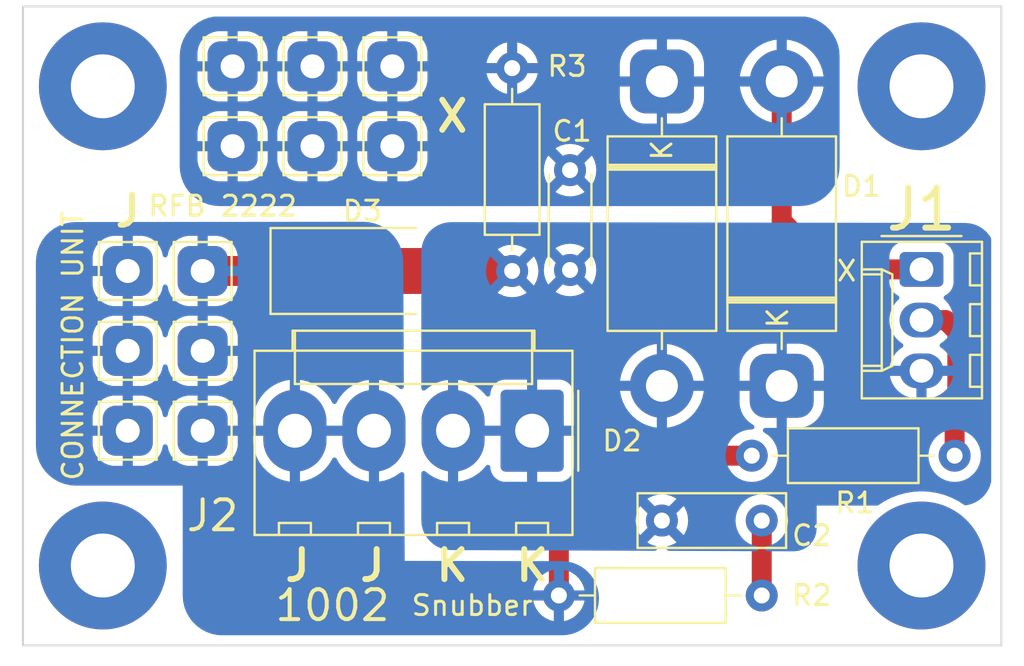
<source format=kicad_pcb>
(kicad_pcb (version 20211014) (generator pcbnew)
  (layers (0 "F.Cu" signal) (31 "B.Cu" signal) (34 "B.Paste" user) (35 "F.Paste" user) (36 "B.SilkS" user "B.Silkscreen") (37 "F.SilkS" user "F.Silkscreen") (38 "B.Mask" user) (39 "F.Mask" user) (44 "Edge.Cuts" user))
  (net 0 "")
  (net 1 "/CHANX")
  (net 2 "/DCCK")
  (net 3 "/DCCJ")
  (net 4 "Net-(C2-Pad2)")
  (net 5 "Net-(J1-Pad2)")
  (footprint "TestPoint:TestPoint_THTPad_2.5x2.5mm_Drill1.2mm" (layer "F.Cu") (at 60.5 53)
    (fp_text reference "TP1" hide)
    (fp_text value "TestPoint")
    (fp_line (start -1.45 1.45) (end -1.45 -1.45) (layer "F.SilkS") (width 0.12))
    (fp_line (start -1.45 -1.45) (end 1.45 -1.45) (layer "F.SilkS") (width 0.12))
    (fp_line (start 1.45 1.45) (end -1.45 1.45) (layer "F.SilkS") (width 0.12))
    (fp_line (start 1.45 -1.45) (end 1.45 1.45) (layer "F.SilkS") (width 0.12))
    (pad "1" thru_hole roundrect (at 0 0) (size 2.5 2.5) (drill 1.2) (layers *.Cu *.Mask) (net 1 "/CHANX"))
  )
  (footprint "TestPoint:TestPoint_THTPad_2.5x2.5mm_Drill1.2mm" (layer "F.Cu") (at 68.5 53)
    (fp_text reference "TP3" hide)
    (fp_text value "TestPoint")
    (fp_line (start -1.45 -1.45) (end 1.45 -1.45) (layer "F.SilkS") (width 0.12))
    (fp_line (start -1.45 1.45) (end -1.45 -1.45) (layer "F.SilkS") (width 0.12))
    (fp_line (start 1.45 -1.45) (end 1.45 1.45) (layer "F.SilkS") (width 0.12))
    (fp_line (start 1.45 1.45) (end -1.45 1.45) (layer "F.SilkS") (width 0.12))
    (pad "1" thru_hole roundrect (at 0 0) (size 2.5 2.5) (drill 1.2) (layers *.Cu *.Mask) (net 1 "/CHANX"))
  )
  (footprint "TestPoint:TestPoint_THTPad_2.5x2.5mm_Drill1.2mm" (layer "F.Cu") (at 55.25 71.25)
    (fp_text reference "TP8" hide)
    (fp_text value "TestPoint")
    (fp_line (start -1.45 -1.45) (end 1.45 -1.45) (layer "F.SilkS") (width 0.12))
    (fp_line (start -1.45 1.45) (end -1.45 -1.45) (layer "F.SilkS") (width 0.12))
    (fp_line (start 1.45 1.45) (end -1.45 1.45) (layer "F.SilkS") (width 0.12))
    (fp_line (start 1.45 -1.45) (end 1.45 1.45) (layer "F.SilkS") (width 0.12))
    (pad "1" thru_hole roundrect (at 0 0) (size 2.5 2.5) (drill 1.2) (layers *.Cu *.Mask) (net 3 "/DCCJ"))
  )
  (footprint "TestPoint:TestPoint_THTPad_2.5x2.5mm_Drill1.2mm" (layer "F.Cu") (at 64.5 57)
    (fp_text reference "TP6" hide)
    (fp_text value "TestPoint")
    (fp_line (start -1.45 -1.45) (end 1.45 -1.45) (layer "F.SilkS") (width 0.12))
    (fp_line (start 1.45 -1.45) (end 1.45 1.45) (layer "F.SilkS") (width 0.12))
    (fp_line (start -1.45 1.45) (end -1.45 -1.45) (layer "F.SilkS") (width 0.12))
    (fp_line (start 1.45 1.45) (end -1.45 1.45) (layer "F.SilkS") (width 0.12))
    (pad "1" thru_hole roundrect (at 0 0) (size 2.5 2.5) (drill 1.2) (layers *.Cu *.Mask) (net 1 "/CHANX"))
  )
  (footprint "Resistor_THT:R_Axial_DIN0207_L6.3mm_D2.5mm_P10.16mm_Horizontal" (layer "F.Cu") (at 87 79.5 180)
    (fp_text reference "R2" (at -2.5 0) (layer "F.SilkS"))
    (fp_text value "56R")
    (fp_line (start 1.81 -1.37) (end 1.81 1.37) (layer "F.SilkS") (width 0.12))
    (fp_line (start 9.12 0) (end 8.35 0) (layer "F.SilkS") (width 0.12))
    (fp_line (start 8.35 1.37) (end 8.35 -1.37) (layer "F.SilkS") (width 0.12))
    (fp_line (start 8.35 -1.37) (end 1.81 -1.37) (layer "F.SilkS") (width 0.12))
    (fp_line (start 1.04 0) (end 1.81 0) (layer "F.SilkS") (width 0.12))
    (fp_line (start 1.81 1.37) (end 8.35 1.37) (layer "F.SilkS") (width 0.12))
    (pad "1" thru_hole circle (at 0 0 180) (size 1.6 1.6) (drill 0.8) (layers *.Cu *.Mask) (net 4 "Net-(C2-Pad2)"))
    (pad "2" thru_hole oval (at 10.16 0 180) (size 1.6 1.6) (drill 0.8) (layers *.Cu *.Mask) (net 3 "/DCCJ"))
  )
  (footprint "MountingHole:MountingHole_3.2mm_M3_Pad_TopBottom" (layer "F.Cu") (at 95 54)
    (fp_text reference "H2" hide)
    (fp_text value "MountingHole")
    (pad "1" thru_hole circle (at 0 0) (size 3.6 3.6) (drill 3.2) (layers *.Cu *.Mask))
    (pad "1" connect circle (at 0 0) (size 6.4 6.4) (layers "F.Cu" "F.Mask"))
    (pad "1" connect circle (at 0 0) (size 6.4 6.4) (layers "B.Cu" "B.Mask"))
  )
  (footprint "Connector_Molex:Molex_KK-396_A-41791-0004_1x04_P3.96mm_Vertical" (layer "F.Cu") (at 75.5 71.25 180)
    (fp_text reference "J2" (at 16 -4.25 180) (layer "F.SilkS") (effects (font (size 1.5 1.5) (thickness 0.2))))
    (fp_text value "Conn_01x04")
    (fp_line (start 11.08 -4.62) (end 12.68 -4.62) (layer "F.SilkS") (width 0.12))
    (fp_line (start 11.995 5.01) (end -0.115 5.01) (layer "F.SilkS") (width 0.12))
    (fp_line (start 11.88 4.01) (end 11.88 5.01) (layer "F.SilkS") (width 0.12))
    (fp_line (start 3.16 -5.22) (end 3.16 -4.62) (layer "F.SilkS") (width 0.12))
    (fp_line (start -0.115 5.01) (end -0.115 4.005) (layer "F.SilkS") (width 0.12))
    (fp_line (start 7.12 -4.62) (end 8.72 -4.62) (layer "F.SilkS") (width 0.12))
    (fp_line (start -0.8 -5.22) (end -0.8 -4.62) (layer "F.SilkS") (width 0.12))
    (fp_line (start 0 4.01) (end 11.88 4.01) (layer "F.SilkS") (width 0.12))
    (fp_line (start 11.995 4.005) (end 11.995 5.01) (layer "F.SilkS") (width 0.12))
    (fp_line (start 13.9 4.005) (end 11.995 4.005) (layer "F.SilkS") (width 0.12))
    (fp_line (start 4.76 -4.62) (end 4.76 -5.22) (layer "F.SilkS") (width 0.12))
    (fp_line (start 0 5.01) (end 0 4.01) (layer "F.SilkS") (width 0.12))
    (fp_line (start 7.12 -5.22) (end 7.12 -4.62) (layer "F.SilkS") (width 0.12))
    (fp_line (start -2.31 -2) (end -2.31 2) (layer "F.SilkS") (width 0.12))
    (fp_line (start -2.02 4.005) (end -2.02 -5.22) (layer "F.SilkS") (width 0.12))
    (fp_line (start 8.72 -4.62) (end 8.72 -5.22) (layer "F.SilkS") (width 0.12))
    (fp_line (start -2.02 -5.22) (end 13.9 -5.22) (layer "F.SilkS") (width 0.12))
    (fp_line (start 0 4.01) (end 0 2.34) (layer "F.SilkS") (width 0.12))
    (fp_line (start 13.9 -5.22) (end 13.9 4.005) (layer "F.SilkS") (width 0.12))
    (fp_line (start 12.68 -4.62) (end 12.68 -5.22) (layer "F.SilkS") (width 0.12))
    (fp_line (start 0.8 -4.62) (end 0.8 -5.22) (layer "F.SilkS") (width 0.12))
    (fp_line (start 11.08 -5.22) (end 11.08 -4.62) (layer "F.SilkS") (width 0.12))
    (fp_line (start 11.88 2.34) (end 11.88 4.01) (layer "F.SilkS") (width 0.12))
    (fp_line (start -0.115 4.005) (end -2.02 4.005) (layer "F.SilkS") (width 0.12))
    (fp_line (start -0.8 -4.62) (end 0.8 -4.62) (layer "F.SilkS") (width 0.12))
    (fp_line (start 0 2.34) (end 11.88 2.34) (layer "F.SilkS") (width 0.12))
    (fp_line (start 3.16 -4.62) (end 4.76 -4.62) (layer "F.SilkS") (width 0.12))
    (pad "1" thru_hole roundrect locked (at 0 0 180) (size 3.16 4.1) (drill 1.7) (layers *.Cu *.Mask) (roundrect_rratio 0.079114) (net 2 "/DCCK"))
    (pad "2" thru_hole oval locked (at 3.96 0 180) (size 3.16 4.1) (drill 1.7) (layers *.Cu *.Mask) (net 2 "/DCCK"))
    (pad "3" thru_hole oval locked (at 7.92 0 180) (size 3.16 4.1) (drill 1.7) (layers *.Cu *.Mask) (net 3 "/DCCJ"))
    (pad "4" thru_hole oval locked (at 11.88 0 180) (size 3.16 4.1) (drill 1.7) (layers *.Cu *.Mask) (net 3 "/DCCJ"))
  )
  (footprint "MountingHole:MountingHole_3.2mm_M3_Pad_TopBottom" (layer "F.Cu") (at 54 54)
    (fp_text reference "H1" hide)
    (fp_text value "MountingHole")
    (pad "1" thru_hole circle (at 0 0) (size 3.6 3.6) (drill 3.2) (layers *.Cu *.Mask))
    (pad "1" connect circle (at 0 0) (size 6.4 6.4) (layers "B.Cu" "B.Mask"))
    (pad "1" connect circle (at 0 0) (size 6.4 6.4) (layers "F.Cu" "F.Mask"))
  )
  (footprint "TestPoint:TestPoint_THTPad_2.5x2.5mm_Drill1.2mm" (layer "F.Cu") (at 59 71.25)
    (fp_text reference "TP12" hide)
    (fp_text value "TestPoint")
    (fp_line (start -1.45 -1.45) (end 1.45 -1.45) (layer "F.SilkS") (width 0.12))
    (fp_line (start -1.45 1.45) (end -1.45 -1.45) (layer "F.SilkS") (width 0.12))
    (fp_line (start 1.45 1.45) (end -1.45 1.45) (layer "F.SilkS") (width 0.12))
    (fp_line (start 1.45 -1.45) (end 1.45 1.45) (layer "F.SilkS") (width 0.12))
    (pad "1" thru_hole roundrect (at 0 0) (size 2.5 2.5) (drill 1.2) (layers *.Cu *.Mask) (net 3 "/DCCJ"))
  )
  (footprint "TestPoint:TestPoint_THTPad_2.5x2.5mm_Drill1.2mm" (layer "F.Cu") (at 59 63.25)
    (fp_text reference "TP11" hide)
    (fp_text value "TestPoint")
    (fp_line (start 1.45 -1.45) (end 1.45 1.45) (layer "F.SilkS") (width 0.12))
    (fp_line (start -1.45 1.45) (end -1.45 -1.45) (layer "F.SilkS") (width 0.12))
    (fp_line (start -1.45 -1.45) (end 1.45 -1.45) (layer "F.SilkS") (width 0.12))
    (fp_line (start 1.45 1.45) (end -1.45 1.45) (layer "F.SilkS") (width 0.12))
    (pad "1" thru_hole roundrect (at 0 0) (size 2.5 2.5) (drill 1.2) (layers *.Cu *.Mask) (net 3 "/DCCJ"))
  )
  (footprint "Connector_Molex:Molex_KK-254_AE-6410-03A_1x03_P2.54mm_Vertical" (layer "F.Cu") (at 95 63.17 -90)
    (fp_text reference "J1" (at -3 0 180) (layer "F.SilkS") (effects (font (size 2 2) (thickness 0.3))))
    (fp_text value "Conn_01x03")
    (fp_line (start -0.8 -2.43) (end 0.8 -2.43) (layer "F.SilkS") (width 0.12))
    (fp_line (start -0.8 -3.03) (end -0.8 -2.43) (layer "F.SilkS") (width 0.12))
    (fp_line (start 4.83 2.99) (end 4.83 1.99) (layer "F.SilkS") (width 0.12))
    (fp_line (start 0.8 -2.43) (end 0.8 -3.03) (layer "F.SilkS") (width 0.12))
    (fp_line (start -1.38 -3.03) (end -1.38 2.99) (layer "F.SilkS") (width 0.12))
    (fp_line (start 5.88 -2.43) (end 5.88 -3.03) (layer "F.SilkS") (width 0.12))
    (fp_line (start 4.83 1.46) (end 5.08 1.99) (layer "F.SilkS") (width 0.12))
    (fp_line (start 6.46 -3.03) (end -1.38 -3.03) (layer "F.SilkS") (width 0.12))
    (fp_line (start -1.38 2.99) (end 6.46 2.99) (layer "F.SilkS") (width 0.12))
    (fp_line (start 4.28 -3.03) (end 4.28 -2.43) (layer "F.SilkS") (width 0.12))
    (fp_line (start 5.08 1.99) (end 5.08 2.99) (layer "F.SilkS") (width 0.12))
    (fp_line (start 0 1.99) (end 5.08 1.99) (layer "F.SilkS") (width 0.12))
    (fp_line (start 1.74 -3.03) (end 1.74 -2.43) (layer "F.SilkS") (width 0.12))
    (fp_line (start 0 1.99) (end 0.25 1.46) (layer "F.SilkS") (width 0.12))
    (fp_line (start 1.74 -2.43) (end 3.34 -2.43) (layer "F.SilkS") (width 0.12))
    (fp_line (start 0.25 1.46) (end 4.83 1.46) (layer "F.SilkS") (width 0.12))
    (fp_line (start 0.25 2.99) (end 0.25 1.99) (layer "F.SilkS") (width 0.12))
    (fp_line (start 0 2.99) (end 0 1.99) (layer "F.SilkS") (width 0.12))
    (fp_line (start 6.46 2.99) (end 6.46 -3.03) (layer "F.SilkS") (width 0.12))
    (fp_line (start -1.67 -2) (end -1.67 2) (layer "F.SilkS") (width 0.12))
    (fp_line (start 4.28 -2.43) (end 5.88 -2.43) (layer "F.SilkS") (width 0.12))
    (fp_line (start 3.34 -2.43) (end 3.34 -3.03) (layer "F.SilkS") (width 0.12))
    (pad "1" thru_hole roundrect locked (at 0 0 270) (size 1.74 2.19) (drill 1.19) (layers *.Cu *.Mask) (roundrect_rratio 0.143678) (net 1 "/CHANX"))
    (pad "2" thru_hole oval locked (at 2.54 0 270) (size 1.74 2.19) (drill 1.19) (layers *.Cu *.Mask) (net 5 "Net-(J1-Pad2)"))
    (pad "3" thru_hole oval locked (at 5.08 0 270) (size 1.74 2.19) (drill 1.19) (layers *.Cu *.Mask) (net 2 "/DCCK"))
  )
  (footprint "TestPoint:TestPoint_THTPad_2.5x2.5mm_Drill1.2mm" (layer "F.Cu") (at 55.25 63.25)
    (fp_text reference "TP13" hide)
    (fp_text value "TestPoint")
    (fp_line (start 1.45 1.45) (end -1.45 1.45) (layer "F.SilkS") (width 0.12))
    (fp_line (start -1.45 1.45) (end -1.45 -1.45) (layer "F.SilkS") (width 0.12))
    (fp_line (start -1.45 -1.45) (end 1.45 -1.45) (layer "F.SilkS") (width 0.12))
    (fp_line (start 1.45 -1.45) (end 1.45 1.45) (layer "F.SilkS") (width 0.12))
    (pad "1" thru_hole roundrect (at 0 0) (size 2.5 2.5) (drill 1.2) (layers *.Cu *.Mask) (net 3 "/DCCJ"))
  )
  (footprint "Resistor_THT:R_Axial_DIN0207_L6.3mm_D2.5mm_P10.16mm_Horizontal" (layer "F.Cu") (at 86.5 72.5)
    (fp_text reference "R1" (at 5.16 2.36) (layer "F.SilkS"))
    (fp_text value "47R")
    (fp_line (start 1.81 -1.37) (end 1.81 1.37) (layer "F.SilkS") (width 0.12))
    (fp_line (start 1.04 0) (end 1.81 0) (layer "F.SilkS") (width 0.12))
    (fp_line (start 8.35 -1.37) (end 1.81 -1.37) (layer "F.SilkS") (width 0.12))
    (fp_line (start 1.81 1.37) (end 8.35 1.37) (layer "F.SilkS") (width 0.12))
    (fp_line (start 8.35 1.37) (end 8.35 -1.37) (layer "F.SilkS") (width 0.12))
    (fp_line (start 9.12 0) (end 8.35 0) (layer "F.SilkS") (width 0.12))
    (pad "1" thru_hole circle (at 0 0) (size 1.6 1.6) (drill 0.8) (layers *.Cu *.Mask) (net 3 "/DCCJ"))
    (pad "2" thru_hole oval (at 10.16 0) (size 1.6 1.6) (drill 0.8) (layers *.Cu *.Mask) (net 5 "Net-(J1-Pad2)"))
  )
  (footprint "TestPoint:TestPoint_THTPad_2.5x2.5mm_Drill1.2mm" (layer "F.Cu") (at 68.5 57)
    (fp_text reference "TP5" hide)
    (fp_text value "TestPoint")
    (fp_line (start 1.45 1.45) (end -1.45 1.45) (layer "F.SilkS") (width 0.12))
    (fp_line (start -1.45 -1.45) (end 1.45 -1.45) (layer "F.SilkS") (width 0.12))
    (fp_line (start -1.45 1.45) (end -1.45 -1.45) (layer "F.SilkS") (width 0.12))
    (fp_line (start 1.45 -1.45) (end 1.45 1.45) (layer "F.SilkS") (width 0.12))
    (pad "1" thru_hole roundrect (at 0 0) (size 2.5 2.5) (drill 1.2) (layers *.Cu *.Mask) (net 1 "/CHANX"))
  )
  (footprint "MountingHole:MountingHole_3.2mm_M3_Pad_TopBottom" (layer "F.Cu") (at 54 78)
    (fp_text reference "H3" hide)
    (fp_text value "MountingHole")
    (pad "1" connect circle (at 0 0) (size 6.4 6.4) (layers "F.Cu" "F.Mask"))
    (pad "1" connect circle (at 0 0) (size 6.4 6.4) (layers "B.Cu" "B.Mask"))
    (pad "1" thru_hole circle (at 0 0) (size 3.6 3.6) (drill 3.2) (layers *.Cu *.Mask))
  )
  (footprint "Diode_THT:D_DO-201AD_P15.24mm_Horizontal" (layer "F.Cu") (at 88 69 90)
    (fp_text reference "D1" (at 9.99 4 180) (layer "F.SilkS"))
    (fp_text value "1N5820")
    (fp_text user "K" (at 3.4 -0.2 90) (layer "F.SilkS"))
    (fp_line (start 1.84 0) (end 2.75 0) (layer "F.SilkS") (width 0.12))
    (fp_line (start 4.175 -2.72) (end 4.175 2.72) (layer "F.SilkS") (width 0.12))
    (fp_line (start 4.415 -2.72) (end 4.415 2.72) (layer "F.SilkS") (width 0.12))
    (fp_line (start 13.4 0) (end 12.49 0) (layer "F.SilkS") (width 0.12))
    (fp_line (start 12.49 2.72) (end 12.49 -2.72) (layer "F.SilkS") (width 0.12))
    (fp_line (start 12.49 -2.72) (end 2.75 -2.72) (layer "F.SilkS") (width 0.12))
    (fp_line (start 2.75 -2.72) (end 2.75 2.72) (layer "F.SilkS") (width 0.12))
    (fp_line (start 2.75 2.72) (end 12.49 2.72) (layer "F.SilkS") (width 0.12))
    (fp_line (start 4.295 -2.72) (end 4.295 2.72) (layer "F.SilkS") (width 0.12))
    (pad "1" thru_hole roundrect locked (at 0 0 90) (size 3.2 3.2) (drill 1.6) (layers *.Cu *.Mask) (net 2 "/DCCK"))
    (pad "2" thru_hole oval locked (at 15.24 0 90) (size 3.2 3.2) (drill 1.6) (layers *.Cu *.Mask) (net 1 "/CHANX"))
  )
  (footprint "TestPoint:TestPoint_THTPad_2.5x2.5mm_Drill1.2mm" (layer "F.Cu") (at 59 67.25)
    (fp_text reference "TP9" hide)
    (fp_text value "TestPoint")
    (fp_line (start -1.45 -1.45) (end 1.45 -1.45) (layer "F.SilkS") (width 0.12))
    (fp_line (start 1.45 -1.45) (end 1.45 1.45) (layer "F.SilkS") (width 0.12))
    (fp_line (start 1.45 1.45) (end -1.45 1.45) (layer "F.SilkS") (width 0.12))
    (fp_line (start -1.45 1.45) (end -1.45 -1.45) (layer "F.SilkS") (width 0.12))
    (pad "1" thru_hole roundrect (at 0 0) (size 2.5 2.5) (drill 1.2) (layers *.Cu *.Mask) (net 3 "/DCCJ"))
  )
  (footprint "TestPoint:TestPoint_THTPad_2.5x2.5mm_Drill1.2mm" (layer "F.Cu") (at 55.25 67.25)
    (fp_text reference "TP10" hide)
    (fp_text value "TestPoint")
    (fp_line (start 1.45 -1.45) (end 1.45 1.45) (layer "F.SilkS") (width 0.12))
    (fp_line (start -1.45 1.45) (end -1.45 -1.45) (layer "F.SilkS") (width 0.12))
    (fp_line (start -1.45 -1.45) (end 1.45 -1.45) (layer "F.SilkS") (width 0.12))
    (fp_line (start 1.45 1.45) (end -1.45 1.45) (layer "F.SilkS") (width 0.12))
    (pad "1" thru_hole roundrect (at 0 0) (size 2.5 2.5) (drill 1.2) (layers *.Cu *.Mask) (net 3 "/DCCJ"))
  )
  (footprint "Diode_SMD:D_SMB_Handsoldering" (layer "F.Cu") (at 67 63.25)
    (fp_text reference "D3" (at 0 -3) (layer "F.SilkS"))
    (fp_text value "SMBJ18CA-TR")
    (fp_line (start -4.6 -2.15) (end -4.6 2.15) (layer "F.SilkS") (width 0.12))
    (fp_line (start -4.6 2.15) (end 2.7 2.15) (layer "F.SilkS") (width 0.12))
    (fp_line (start -4.6 -2.15) (end 2.7 -2.15) (layer "F.SilkS") (width 0.12))
    (pad "1" smd rect (at -2.7 0) (size 3.5 2.3) (layers "F.Cu" "F.Paste" "F.Mask") (net 3 "/DCCJ"))
    (pad "2" smd rect (at 2.7 0) (size 3.5 2.3) (layers "F.Cu" "F.Paste" "F.Mask") (net 2 "/DCCK"))
  )
  (footprint "Capacitor_THT:C_Rect_L7.2mm_W2.5mm_P5.00mm_FKS2_FKP2_MKS2_MKP2" (layer "F.Cu") (at 82 75.75)
    (fp_text reference "C2" (at 7.5 0.75 180) (layer "F.SilkS"))
    (fp_text value "22nF")
    (fp_line (start -1.22 -1.37) (end -1.22 1.37) (layer "F.SilkS") (width 0.12))
    (fp_line (start -1.22 1.37) (end 6.22 1.37) (layer "F.SilkS") (width 0.12))
    (fp_line (start -1.22 -1.37) (end 6.22 -1.37) (layer "F.SilkS") (width 0.12))
    (fp_line (start 6.22 -1.37) (end 6.22 1.37) (layer "F.SilkS") (width 0.12))
    (pad "1" thru_hole circle (at 0 0) (size 1.6 1.6) (drill 0.8) (layers *.Cu *.Mask) (net 2 "/DCCK"))
    (pad "2" thru_hole circle (at 5 0) (size 1.6 1.6) (drill 0.8) (layers *.Cu *.Mask) (net 4 "Net-(C2-Pad2)"))
  )
  (footprint "Resistor_THT:R_Axial_DIN0207_L6.3mm_D2.5mm_P10.16mm_Horizontal" (layer "F.Cu") (at 74.5 63.25 90)
    (fp_text reference "R3" (at 10.25 2.75) (layer "F.SilkS"))
    (fp_text value "1K0")
    (fp_line (start 8.35 -1.37) (end 1.81 -1.37) (layer "F.SilkS") (width 0.12))
    (fp_line (start 9.12 0) (end 8.35 0) (layer "F.SilkS") (width 0.12))
    (fp_line (start 8.35 1.37) (end 8.35 -1.37) (layer "F.SilkS") (width 0.12))
    (fp_line (start 1.04 0) (end 1.81 0) (layer "F.SilkS") (width 0.12))
    (fp_line (start 1.81 -1.37) (end 1.81 1.37) (layer "F.SilkS") (width 0.12))
    (fp_line (start 1.81 1.37) (end 8.35 1.37) (layer "F.SilkS") (width 0.12))
    (pad "1" thru_hole circle (at 0 0 90) (size 1.6 1.6) (drill 0.8) (layers *.Cu *.Mask) (net 2 "/DCCK"))
    (pad "2" thru_hole oval (at 10.16 0 90) (size 1.6 1.6) (drill 0.8) (layers *.Cu *.Mask) (net 1 "/CHANX"))
  )
  (footprint "Diode_THT:D_DO-201AD_P15.24mm_Horizontal" (layer "F.Cu") (at 82 53.76 -90)
    (fp_text reference "D2" (at 18 2 -180) (layer "F.SilkS"))
    (fp_text value "1N5820")
    (fp_text user "K" (at 3.44 0 -270) (layer "F.SilkS"))
    (fp_line (start 4.415 -2.72) (end 4.415 2.72) (layer "F.SilkS") (width 0.12))
    (fp_line (start 12.49 2.72) (end 12.49 -2.72) (layer "F.SilkS") (width 0.12))
    (fp_line (start 2.75 -2.72) (end 2.75 2.72) (layer "F.SilkS") (width 0.12))
    (fp_line (start 4.175 -2.72) (end 4.175 2.72) (layer "F.SilkS") (width 0.12))
    (fp_line (start 12.49 -2.72) (end 2.75 -2.72) (layer "F.SilkS") (width 0.12))
    (fp_line (start 2.75 2.72) (end 12.49 2.72) (layer "F.SilkS") (width 0.12))
    (fp_line (start 4.295 -2.72) (end 4.295 2.72) (layer "F.SilkS") (width 0.12))
    (fp_line (start 13.4 0) (end 12.49 0) (layer "F.SilkS") (width 0.12))
    (fp_line (start 1.84 0) (end 2.75 0) (layer "F.SilkS") (width 0.12))
    (pad "1" thru_hole roundrect locked (at 0 0 270) (size 3.2 3.2) (drill 1.6) (layers *.Cu *.Mask) (net 1 "/CHANX"))
    (pad "2" thru_hole oval locked (at 15.24 0 270) (size 3.2 3.2) (drill 1.6) (layers *.Cu *.Mask) (net 2 "/DCCK"))
  )
  (footprint "Capacitor_THT:C_Disc_D4.3mm_W1.9mm_P5.00mm" (layer "F.Cu") (at 77.4 58.2 -90)
    (fp_text reference "C1" (at -1.95 -0.1 -180) (layer "F.SilkS"))
    (fp_text value "1nF")
    (fp_line (start 0.23 1.055) (end 0.23 1.07) (layer "F.SilkS") (width 0.12))
    (fp_line (start 0.23 -1.07) (end 4.77 -1.07) (layer "F.SilkS") (width 0.12))
    (fp_line (start 4.77 1.055) (end 4.77 1.07) (layer "F.SilkS") (width 0.12))
    (fp_line (start 0.23 -1.07) (end 0.23 -1.055) (layer "F.SilkS") (width 0.12))
    (fp_line (start 4.77 -1.07) (end 4.77 -1.055) (layer "F.SilkS") (width 0.12))
    (fp_line (start 0.23 1.07) (end 4.77 1.07) (layer "F.SilkS") (width 0.12))
    (pad "1" thru_hole circle locked (at 0 0 270) (size 1.6 1.6) (drill 0.8) (layers *.Cu *.Mask) (net 1 "/CHANX"))
    (pad "2" thru_hole circle locked (at 5 0 270) (size 1.6 1.6) (drill 0.8) (layers *.Cu *.Mask) (net 2 "/DCCK"))
  )
  (footprint "TestPoint:TestPoint_THTPad_2.5x2.5mm_Drill1.2mm" (layer "F.Cu") (at 64.5 53)
    (fp_text reference "TP2" hide)
    (fp_text value "TestPoint")
    (fp_line (start 1.45 -1.45) (end 1.45 1.45) (layer "F.SilkS") (width 0.12))
    (fp_line (start 1.45 1.45) (end -1.45 1.45) (layer "F.SilkS") (width 0.12))
    (fp_line (start -1.45 -1.45) (end 1.45 -1.45) (layer "F.SilkS") (width 0.12))
    (fp_line (start -1.45 1.45) (end -1.45 -1.45) (layer "F.SilkS") (width 0.12))
    (pad "1" thru_hole roundrect (at 0 0) (size 2.5 2.5) (drill 1.2) (layers *.Cu *.Mask) (net 1 "/CHANX"))
  )
  (footprint "MountingHole:MountingHole_3.2mm_M3_Pad_TopBottom" (layer "F.Cu") (at 95 78)
    (fp_text reference "H4" hide)
    (fp_text value "MountingHole")
    (pad "1" connect circle (at 0 0) (size 6.4 6.4) (layers "B.Cu" "B.Mask"))
    (pad "1" connect circle (at 0 0) (size 6.4 6.4) (layers "F.Cu" "F.Mask"))
    (pad "1" thru_hole circle (at 0 0) (size 3.6 3.6) (drill 3.2) (layers *.Cu *.Mask))
  )
  (footprint "TestPoint:TestPoint_THTPad_2.5x2.5mm_Drill1.2mm" (layer "F.Cu") (at 60.5 57)
    (fp_text reference "TP7" hide)
    (fp_text value "TestPoint")
    (fp_line (start -1.45 -1.45) (end 1.45 -1.45) (layer "F.SilkS") (width 0.12))
    (fp_line (start -1.45 1.45) (end -1.45 -1.45) (layer "F.SilkS") (width 0.12))
    (fp_line (start 1.45 -1.45) (end 1.45 1.45) (layer "F.SilkS") (width 0.12))
    (fp_line (start 1.45 1.45) (end -1.45 1.45) (layer "F.SilkS") (width 0.12))
    (pad "1" thru_hole roundrect (at 0 0) (size 2.5 2.5) (drill 1.2) (layers *.Cu *.Mask) (net 1 "/CHANX"))
  )
  (gr_poly (pts (xy 99 50) (xy 99 82) (xy 50 82) (xy 50 50)) (layer "Edge.Cuts") (width 0.1) (fill none))
  (gr_text "Snubber" (at 72.5 80) (layer "F.SilkS") (effects (font (size 1 1))))
  (gr_text "RFB 2222" (at 60 60) (layer "F.SilkS") (effects (font (size 1 1))))
  (gr_text "1002" (at 65.5 80) (layer "F.SilkS") (effects (font (size 1.5 1.5) (thickness 0.2))))
  (gr_text "X" (at 91.25 63.25) (layer "F.SilkS") (effects (font (size 1 1))))
  (gr_text "CONNECTION UNIT" (at 52.5 67 90) (layer "F.SilkS") (effects (font (size 1 1))))
  (gr_text "J" (at 55.25 60.25) (layer "F.SilkS") (effects (font (size 1.5 1.5) (thickness 0.3))))
  (gr_text "K" (at 75.5 78) (layer "F.SilkS") (effects (font (size 1.5 1.5) (thickness 0.3))))
  (gr_text "J" (at 67.5 78) (layer "F.SilkS") (effects (font (size 1.5 1.5) (thickness 0.3))))
  (gr_text "K" (at 71.5 78) (layer "F.SilkS") (effects (font (size 1.5 1.5) (thickness 0.3))))
  (gr_text "X" (at 71.5 55.5) (layer "F.SilkS") (effects (font (size 1.5 1.5) (thickness 0.3))))
  (gr_text "J" (at 63.75 78) (layer "F.SilkS") (effects (font (size 1.5 1.5) (thickness 0.3))))
  (segment (start 88 60.75) (end 90.42 63.17) (width 1) (layer "F.Cu") (net 1))
  (segment (start 88 53) (end 88 60.75) (width 1) (layer "F.Cu") (net 1))
  (segment (start 90.42 63.17) (end 95 63.17) (width 1) (layer "F.Cu") (net 1))
  (segment (start 69.7 63.25) (end 74.5 63.25) (width 1.5) (layer "F.Cu") (net 2))
  (segment (start 81 72.5) (end 86.5 72.5) (width 1) (layer "F.Cu") (net 3))
  (segment (start 59 63.25) (end 64.3 63.25) (width 1.5) (layer "F.Cu") (net 3))
  (segment (start 76.84 76.66) (end 81 72.5) (width 1) (layer "F.Cu") (net 3))
  (segment (start 76.84 79.5) (end 76.84 76.66) (width 1) (layer "F.Cu") (net 3))
  (segment (start 87 75.75) (end 87 79.5) (width 1) (layer "F.Cu") (net 4))
  (segment (start 95 65.71) (end 96.21 65.71) (width 1) (layer "F.Cu") (net 5))
  (segment (start 96.66 70.42904) (end 96.66 72.5) (width 1) (layer "F.Cu") (net 5))
  (segment (start 96.79452 70.29452) (end 96.66 70.42904) (width 1) (layer "F.Cu") (net 5))
  (segment (start 96.21 65.71) (end 96.79452 66.29452) (width 1) (layer "F.Cu") (net 5))
  (segment (start 96.79452 66.29452) (end 96.79452 70.29452) (width 1) (layer "F.Cu") (net 5))
  (zone (net 1) (net_name "/CHANX") (layer "B.Cu") (connect_pads (clearance 0.508)) (min_thickness 0.254) (fill yes (thermal_gap 0.508) (thermal_bridge_width 0.508) (smoothing fillet) (radius 2))
    (polygon (pts (xy 90.9 60) (xy 91 60) (xy 57.85 60) (xy 57.85 50.488) (xy 90.9 50.488)))
  )
  (zone (net 3) (net_name "/DCCJ") (layer "B.Cu") (connect_pads (clearance 0.508)) (min_thickness 0.254) (fill yes (thermal_gap 0.508) (thermal_bridge_width 0.508) (smoothing fillet) (radius 2))
    (polygon (pts (xy 69.037415 60.784186) (xy 69.11968 77.767838) (xy 78.848149 77.783441) (xy 78.8512 81.495879) (xy 57.999801 81.500797) (xy 57.999994 74.000026) (xy 50.649086 73.999906) (xy 50.647232 60.799809)))
  )
  (zone (net 2) (net_name "/DCCK") (layer "B.Cu") (connect_pads (clearance 0.508)) (min_thickness 0.254) (fill yes (thermal_gap 0.508) (thermal_bridge_width 0.508) (smoothing fillet) (radius 1.5))
    (polygon (pts (xy 98.707338 60.846859) (xy 98.5 75) (xy 89.75 75) (xy 89.75076 77.294472) (xy 69.949305 77.222761) (xy 69.95 60.799999)))
  )
)
</source>
